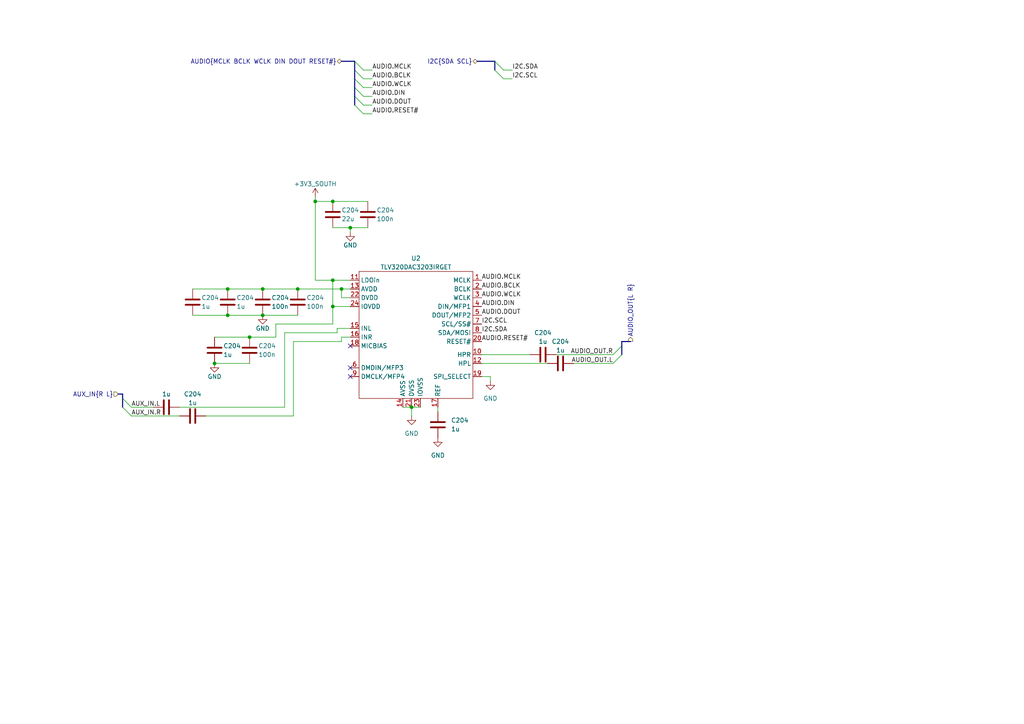
<source format=kicad_sch>
(kicad_sch (version 20221004) (generator eeschema)

  (uuid 4c60ea4c-53ee-4fe1-8fc8-173c8302015f)

  (paper "A4")

  (lib_symbols
    (symbol "Device:C" (pin_numbers hide) (pin_names (offset 0.254)) (in_bom yes) (on_board yes)
      (property "Reference" "C" (at 0.635 2.54 0)
        (effects (font (size 1.27 1.27)) (justify left))
      )
      (property "Value" "C" (at 0.635 -2.54 0)
        (effects (font (size 1.27 1.27)) (justify left))
      )
      (property "Footprint" "" (at 0.9652 -3.81 0)
        (effects (font (size 1.27 1.27)) hide)
      )
      (property "Datasheet" "~" (at 0 0 0)
        (effects (font (size 1.27 1.27)) hide)
      )
      (property "ki_keywords" "cap capacitor" (at 0 0 0)
        (effects (font (size 1.27 1.27)) hide)
      )
      (property "ki_description" "Unpolarized capacitor" (at 0 0 0)
        (effects (font (size 1.27 1.27)) hide)
      )
      (property "ki_fp_filters" "C_*" (at 0 0 0)
        (effects (font (size 1.27 1.27)) hide)
      )
      (symbol "C_0_1"
        (polyline
          (pts
            (xy -2.032 -0.762)
            (xy 2.032 -0.762)
          )
          (stroke (width 0.508) (type default))
          (fill (type none))
        )
        (polyline
          (pts
            (xy -2.032 0.762)
            (xy 2.032 0.762)
          )
          (stroke (width 0.508) (type default))
          (fill (type none))
        )
      )
      (symbol "C_1_1"
        (pin passive line (at 0 3.81 270) (length 2.794)
          (name "~" (effects (font (size 1.27 1.27))))
          (number "1" (effects (font (size 1.27 1.27))))
        )
        (pin passive line (at 0 -3.81 90) (length 2.794)
          (name "~" (effects (font (size 1.27 1.27))))
          (number "2" (effects (font (size 1.27 1.27))))
        )
      )
    )
    (symbol "Project Audio DAC:TLV320DAC3203IRGET" (in_bom yes) (on_board yes)
      (property "Reference" "U" (at 0 -2.54 0)
        (effects (font (size 1.27 1.27)))
      )
      (property "Value" "TLV320DAC3203IRGET" (at 0 -5.08 0)
        (effects (font (size 1.27 1.27)))
      )
      (property "Footprint" "Package_DFN_QFN:VQFN-24-1EP_4x4mm_P0.5mm_EP2.45x2.45mm_ThermalVias" (at 0 -64.77 0)
        (effects (font (size 1.27 1.27)) hide)
      )
      (property "Datasheet" "https://www.ti.com/lit/ds/symlink/tlv320dac3203.pdf?HQS=dis-mous-null-mousermode-dsf-pf-null-wwe&ts=1669297844209&ref_url=https%253A%252F%252Fwww.mouser.pl%252F" (at 0 -62.23 0)
        (effects (font (size 1.27 1.27)) hide)
      )
      (symbol "TLV320DAC3203IRGET_0_1"
        (rectangle (start -16.51 -7.62) (end 16.51 -44.45)
          (stroke (width 0) (type default))
          (fill (type none))
        )
      )
      (symbol "TLV320DAC3203IRGET_1_1"
        (pin input line (at 19.05 -10.16 180) (length 2.54)
          (name "MCLK" (effects (font (size 1.27 1.27))))
          (number "1" (effects (font (size 1.27 1.27))))
        )
        (pin output line (at 19.05 -31.75 180) (length 2.54)
          (name "HPR" (effects (font (size 1.27 1.27))))
          (number "10" (effects (font (size 1.27 1.27))))
        )
        (pin power_in line (at -19.05 -10.16 0) (length 2.54)
          (name "LDOin" (effects (font (size 1.27 1.27))))
          (number "11" (effects (font (size 1.27 1.27))))
        )
        (pin output line (at 19.05 -34.29 180) (length 2.54)
          (name "HPL" (effects (font (size 1.27 1.27))))
          (number "12" (effects (font (size 1.27 1.27))))
        )
        (pin power_out line (at -19.05 -12.7 0) (length 2.54)
          (name "AVDD" (effects (font (size 1.27 1.27))))
          (number "13" (effects (font (size 1.27 1.27))))
        )
        (pin power_in line (at -3.81 -46.99 90) (length 2.54)
          (name "AVSS" (effects (font (size 1.27 1.27))))
          (number "14" (effects (font (size 1.27 1.27))))
        )
        (pin input line (at -19.05 -24.13 0) (length 2.54)
          (name "INL" (effects (font (size 1.27 1.27))))
          (number "15" (effects (font (size 1.27 1.27))))
        )
        (pin input line (at -19.05 -26.67 0) (length 2.54)
          (name "INR" (effects (font (size 1.27 1.27))))
          (number "16" (effects (font (size 1.27 1.27))))
        )
        (pin output line (at 6.35 -46.99 90) (length 2.54)
          (name "REF" (effects (font (size 1.27 1.27))))
          (number "17" (effects (font (size 1.27 1.27))))
        )
        (pin output line (at -19.05 -29.21 0) (length 2.54)
          (name "MICBIAS" (effects (font (size 1.27 1.27))))
          (number "18" (effects (font (size 1.27 1.27))))
        )
        (pin input line (at 19.05 -38.1 180) (length 2.54)
          (name "SPI_SELECT" (effects (font (size 1.27 1.27))))
          (number "19" (effects (font (size 1.27 1.27))))
        )
        (pin bidirectional line (at 19.05 -12.7 180) (length 2.54)
          (name "BCLK" (effects (font (size 1.27 1.27))))
          (number "2" (effects (font (size 1.27 1.27))))
        )
        (pin input line (at 19.05 -27.94 180) (length 2.54)
          (name "RESET#" (effects (font (size 1.27 1.27))))
          (number "20" (effects (font (size 1.27 1.27))))
        )
        (pin power_in line (at -1.27 -46.99 90) (length 2.54)
          (name "DVSS" (effects (font (size 1.27 1.27))))
          (number "21" (effects (font (size 1.27 1.27))))
        )
        (pin power_in line (at -19.05 -15.24 0) (length 2.54)
          (name "DVDD" (effects (font (size 1.27 1.27))))
          (number "22" (effects (font (size 1.27 1.27))))
        )
        (pin power_in line (at 1.27 -46.99 90) (length 2.54)
          (name "IOVSS" (effects (font (size 1.27 1.27))))
          (number "23" (effects (font (size 1.27 1.27))))
        )
        (pin power_in line (at -19.05 -17.78 0) (length 2.54)
          (name "IOVDD" (effects (font (size 1.27 1.27))))
          (number "24" (effects (font (size 1.27 1.27))))
        )
        (pin bidirectional line (at 19.05 -15.24 180) (length 2.54)
          (name "WCLK" (effects (font (size 1.27 1.27))))
          (number "3" (effects (font (size 1.27 1.27))))
        )
        (pin input line (at 19.05 -17.78 180) (length 2.54)
          (name "DIN/MFP1" (effects (font (size 1.27 1.27))))
          (number "4" (effects (font (size 1.27 1.27))))
        )
        (pin output line (at 19.05 -20.32 180) (length 2.54)
          (name "DOUT/MFP2" (effects (font (size 1.27 1.27))))
          (number "5" (effects (font (size 1.27 1.27))))
        )
        (pin input line (at -19.05 -35.56 0) (length 2.54)
          (name "DMDIN/MFP3" (effects (font (size 1.27 1.27))))
          (number "6" (effects (font (size 1.27 1.27))))
        )
        (pin input line (at 19.05 -22.86 180) (length 2.54)
          (name "SCL/SS#" (effects (font (size 1.27 1.27))))
          (number "7" (effects (font (size 1.27 1.27))))
        )
        (pin bidirectional line (at 19.05 -25.4 180) (length 2.54)
          (name "SDA/MOSI" (effects (font (size 1.27 1.27))))
          (number "8" (effects (font (size 1.27 1.27))))
        )
        (pin output line (at -19.05 -38.1 0) (length 2.54)
          (name "DMCLK/MFP4" (effects (font (size 1.27 1.27))))
          (number "9" (effects (font (size 1.27 1.27))))
        )
      )
    )
    (symbol "power:GND" (power) (pin_names (offset 0)) (in_bom yes) (on_board yes)
      (property "Reference" "#PWR" (at 0 -6.35 0)
        (effects (font (size 1.27 1.27)) hide)
      )
      (property "Value" "GND" (at 0 -3.81 0)
        (effects (font (size 1.27 1.27)))
      )
      (property "Footprint" "" (at 0 0 0)
        (effects (font (size 1.27 1.27)) hide)
      )
      (property "Datasheet" "" (at 0 0 0)
        (effects (font (size 1.27 1.27)) hide)
      )
      (property "ki_keywords" "power-flag" (at 0 0 0)
        (effects (font (size 1.27 1.27)) hide)
      )
      (property "ki_description" "Power symbol creates a global label with name \"GND\" , ground" (at 0 0 0)
        (effects (font (size 1.27 1.27)) hide)
      )
      (symbol "GND_0_1"
        (polyline
          (pts
            (xy 0 0)
            (xy 0 -1.27)
            (xy 1.27 -1.27)
            (xy 0 -2.54)
            (xy -1.27 -1.27)
            (xy 0 -1.27)
          )
          (stroke (width 0) (type default))
          (fill (type none))
        )
      )
      (symbol "GND_1_1"
        (pin power_in line (at 0 0 270) (length 0) hide
          (name "GND" (effects (font (size 1.27 1.27))))
          (number "1" (effects (font (size 1.27 1.27))))
        )
      )
    )
    (symbol "project_power:+3V3_SOUTH" (power) (pin_names (offset 0)) (in_bom yes) (on_board yes)
      (property "Reference" "#PWR" (at 0 -3.81 0)
        (effects (font (size 1.27 1.27)) hide)
      )
      (property "Value" "+3V3_SOUTH" (at 0 3.556 0)
        (effects (font (size 1.27 1.27)))
      )
      (property "Footprint" "" (at 0 0 0)
        (effects (font (size 1.27 1.27)) hide)
      )
      (property "Datasheet" "" (at 0 0 0)
        (effects (font (size 1.27 1.27)) hide)
      )
      (property "ki_keywords" "power-flag" (at 0 0 0)
        (effects (font (size 1.27 1.27)) hide)
      )
      (property "ki_description" "Power symbol creates a global label with name \"+3V3_MCU\"" (at 0 0 0)
        (effects (font (size 1.27 1.27)) hide)
      )
      (symbol "+3V3_SOUTH_0_1"
        (polyline
          (pts
            (xy -0.762 1.27)
            (xy 0 2.54)
          )
          (stroke (width 0) (type default))
          (fill (type none))
        )
        (polyline
          (pts
            (xy 0 0)
            (xy 0 2.54)
          )
          (stroke (width 0) (type default))
          (fill (type none))
        )
        (polyline
          (pts
            (xy 0 2.54)
            (xy 0.762 1.27)
          )
          (stroke (width 0) (type default))
          (fill (type none))
        )
      )
      (symbol "+3V3_SOUTH_1_1"
        (pin power_in line (at 0 0 90) (length 0) hide
          (name "+3V3_SOUTH" (effects (font (size 1.27 1.27))))
          (number "1" (effects (font (size 1.27 1.27))))
        )
      )
    )
  )

  (junction (at 101.6 66.04) (diameter 0) (color 0 0 0 0)
    (uuid 0a0d6d96-b4de-46cf-a18e-720e029683e5)
  )
  (junction (at 96.52 88.9) (diameter 0) (color 0 0 0 0)
    (uuid 11c68a42-7aad-4bdc-b86a-f3ec6f1c3d7a)
  )
  (junction (at 66.04 83.82) (diameter 0) (color 0 0 0 0)
    (uuid 13afcec0-4901-442a-a3d7-137551d1abf6)
  )
  (junction (at 66.04 91.44) (diameter 0) (color 0 0 0 0)
    (uuid 193aebd8-381c-4d72-84b2-fbfecc45788a)
  )
  (junction (at 86.36 83.82) (diameter 0) (color 0 0 0 0)
    (uuid 2c00d328-7b42-4af7-9de3-0d627db7a82e)
  )
  (junction (at 99.06 83.82) (diameter 0) (color 0 0 0 0)
    (uuid 3b4a45ff-5254-4ba3-99df-94b623aeb211)
  )
  (junction (at 72.39 97.79) (diameter 0) (color 0 0 0 0)
    (uuid 3e475e2c-1550-4a91-945a-702e89c8cfac)
  )
  (junction (at 96.52 58.42) (diameter 0) (color 0 0 0 0)
    (uuid 3f48ec5b-417f-424d-9239-d1c44e28e187)
  )
  (junction (at 76.2 83.82) (diameter 0) (color 0 0 0 0)
    (uuid 3fd9d202-9ced-44cb-bf4b-742711861be3)
  )
  (junction (at 62.23 105.41) (diameter 0) (color 0 0 0 0)
    (uuid 5b4a19b9-f57e-483f-9d8a-cf0a0c33c472)
  )
  (junction (at 119.38 118.11) (diameter 0) (color 0 0 0 0)
    (uuid 6f57858e-9414-48a6-8bf6-282dd7edd466)
  )
  (junction (at 96.52 81.28) (diameter 0) (color 0 0 0 0)
    (uuid a8ad18a4-a6f8-4258-ab73-7ef87d2007ec)
  )
  (junction (at 76.2 91.44) (diameter 0) (color 0 0 0 0)
    (uuid adc985ed-24c6-4440-9f3e-6cb59e96fab5)
  )
  (junction (at 91.44 58.42) (diameter 0) (color 0 0 0 0)
    (uuid b2d5fdc5-276a-4448-b5ad-a31bc8c8ddaa)
  )

  (no_connect (at 101.6 106.68) (uuid 2ead1745-6863-4627-9f21-78d0c98d5a69))
  (no_connect (at 101.6 100.33) (uuid 85543ebd-273c-476b-896b-391523b1155e))
  (no_connect (at 101.6 109.22) (uuid b8b0e023-4aea-4fba-9bad-ec4bd44b0686))

  (bus_entry (at 143.51 20.32) (size 2.54 2.54)
    (stroke (width 0) (type default))
    (uuid 0063779a-b819-44df-b6b3-924e302966ef)
  )
  (bus_entry (at 143.51 17.78) (size 2.54 2.54)
    (stroke (width 0) (type default))
    (uuid 2158808b-5295-4799-9139-336656438c6b)
  )
  (bus_entry (at 102.87 30.48) (size 2.54 2.54)
    (stroke (width 0) (type default))
    (uuid 4a09c576-1331-44b6-9e27-ae0ad96897be)
  )
  (bus_entry (at 102.87 25.4) (size 2.54 2.54)
    (stroke (width 0) (type default))
    (uuid 68a08000-4927-45ad-a202-9961fbee8c4b)
  )
  (bus_entry (at 102.87 27.94) (size 2.54 2.54)
    (stroke (width 0) (type default))
    (uuid 7cd0b2da-cd4d-45c2-b38f-6089abdf17e3)
  )
  (bus_entry (at 102.87 20.32) (size 2.54 2.54)
    (stroke (width 0) (type default))
    (uuid ae488ae6-22d3-4bf7-901e-0f3b4f950b63)
  )
  (bus_entry (at 35.56 118.11) (size 2.54 2.54)
    (stroke (width 0) (type default))
    (uuid b02487cd-1a04-4e9b-83ad-02b10525e7e1)
  )
  (bus_entry (at 177.8 105.41) (size 2.54 -2.54)
    (stroke (width 0) (type default))
    (uuid ccc6f272-611e-4fa1-b262-d85440f6bc7a)
  )
  (bus_entry (at 177.8 102.87) (size 2.54 -2.54)
    (stroke (width 0) (type default))
    (uuid eb8d8fa1-78da-4f93-bac8-b8622a542638)
  )
  (bus_entry (at 102.87 17.78) (size 2.54 2.54)
    (stroke (width 0) (type default))
    (uuid f54ca071-0a92-4e2e-9e7d-37c7cafbef4d)
  )
  (bus_entry (at 102.87 22.86) (size 2.54 2.54)
    (stroke (width 0) (type default))
    (uuid f97bd593-e19f-4e7c-9904-ba9ab429a03e)
  )
  (bus_entry (at 35.56 115.57) (size 2.54 2.54)
    (stroke (width 0) (type default))
    (uuid fd1cbf8c-0504-4bc5-b198-0ae6170b191a)
  )

  (wire (pts (xy 127 118.11) (xy 127 119.38))
    (stroke (width 0) (type default))
    (uuid 04e2e0fb-928a-4037-b76a-c2e24340ecbb)
  )
  (wire (pts (xy 55.88 91.44) (xy 66.04 91.44))
    (stroke (width 0) (type default))
    (uuid 09d76429-68c6-4825-b992-c0e1340bc72a)
  )
  (wire (pts (xy 38.1 120.65) (xy 52.07 120.65))
    (stroke (width 0) (type default))
    (uuid 12e1b29e-52b3-4d3a-9543-bd39fbffc71c)
  )
  (bus (pts (xy 102.87 22.86) (xy 102.87 25.4))
    (stroke (width 0) (type default))
    (uuid 17473d7f-9750-4c17-a870-5377c288abf0)
  )
  (bus (pts (xy 35.56 115.57) (xy 35.56 118.11))
    (stroke (width 0) (type default))
    (uuid 18d9d9c4-6456-4561-8869-79b34fa01b25)
  )
  (bus (pts (xy 138.43 17.78) (xy 143.51 17.78))
    (stroke (width 0) (type default))
    (uuid 1df62b6e-86ae-47c9-805d-fc2ddcb3372b)
  )

  (wire (pts (xy 99.06 83.82) (xy 101.6 83.82))
    (stroke (width 0) (type default))
    (uuid 1fb8e8ab-b4b2-40b0-b0c5-2788b9273a6f)
  )
  (wire (pts (xy 85.09 99.06) (xy 99.06 99.06))
    (stroke (width 0) (type default))
    (uuid 2266000c-d54b-4ebb-8fb1-2f62821f9391)
  )
  (wire (pts (xy 91.44 58.42) (xy 91.44 81.28))
    (stroke (width 0) (type default))
    (uuid 293325c7-4113-4041-8ed4-65dc5b06c6d3)
  )
  (wire (pts (xy 105.41 27.94) (xy 107.95 27.94))
    (stroke (width 0) (type default))
    (uuid 2b6ffc58-fe4d-4c07-8389-c98afaa99e48)
  )
  (bus (pts (xy 180.34 102.87) (xy 180.34 100.33))
    (stroke (width 0) (type default))
    (uuid 2f234f4b-512a-4921-901e-1f3cae1e4ed9)
  )

  (wire (pts (xy 166.37 105.41) (xy 177.8 105.41))
    (stroke (width 0) (type default))
    (uuid 2ff895c6-e9c8-444a-aafa-376ccbc89fe8)
  )
  (wire (pts (xy 66.04 83.82) (xy 76.2 83.82))
    (stroke (width 0) (type default))
    (uuid 3048a80f-ae11-4f43-9d07-d3f65d305173)
  )
  (wire (pts (xy 119.38 118.11) (xy 121.92 118.11))
    (stroke (width 0) (type default))
    (uuid 32a9330e-f50b-463d-8f76-e54ddbeb4f9a)
  )
  (wire (pts (xy 105.41 30.48) (xy 107.95 30.48))
    (stroke (width 0) (type default))
    (uuid 331343c5-2232-4afe-9861-01333d926c8e)
  )
  (wire (pts (xy 101.6 88.9) (xy 96.52 88.9))
    (stroke (width 0) (type default))
    (uuid 351f5355-2992-48b9-9e53-b8ef9a236626)
  )
  (wire (pts (xy 139.7 102.87) (xy 153.67 102.87))
    (stroke (width 0) (type default))
    (uuid 386486e0-9e60-4710-92d2-1a96452ceefa)
  )
  (wire (pts (xy 99.06 86.36) (xy 99.06 83.82))
    (stroke (width 0) (type default))
    (uuid 3903ebed-1b70-4d11-8b5a-2f49ba1d7a3f)
  )
  (wire (pts (xy 38.1 118.11) (xy 44.45 118.11))
    (stroke (width 0) (type default))
    (uuid 3ae09b9c-d7ae-49ef-adb0-bd914d53364a)
  )
  (wire (pts (xy 96.52 93.98) (xy 80.01 93.98))
    (stroke (width 0) (type default))
    (uuid 3d7abccc-b772-44b3-9f6d-dc6d9d1f7723)
  )
  (bus (pts (xy 102.87 27.94) (xy 102.87 30.48))
    (stroke (width 0) (type default))
    (uuid 3d8f786d-714e-4148-9ef7-5738ce89749c)
  )
  (bus (pts (xy 143.51 17.78) (xy 143.51 20.32))
    (stroke (width 0) (type default))
    (uuid 405c43c9-bed2-42a6-95ba-b29f356ac8e7)
  )

  (wire (pts (xy 96.52 81.28) (xy 101.6 81.28))
    (stroke (width 0) (type default))
    (uuid 4171e578-3921-4360-af12-518a7cbb0c6a)
  )
  (wire (pts (xy 97.79 96.52) (xy 97.79 95.25))
    (stroke (width 0) (type default))
    (uuid 45a38412-bded-4ca3-beb2-581253bcfa35)
  )
  (wire (pts (xy 105.41 33.02) (xy 107.95 33.02))
    (stroke (width 0) (type default))
    (uuid 4a2355c6-5e31-4b62-aeb2-6de7d3f49e51)
  )
  (bus (pts (xy 102.87 25.4) (xy 102.87 27.94))
    (stroke (width 0) (type default))
    (uuid 4ad0925d-16a4-4060-be39-9a0dbfc39630)
  )
  (bus (pts (xy 34.29 114.3) (xy 35.56 114.3))
    (stroke (width 0) (type default))
    (uuid 4e3880ac-0798-4ccf-aa4d-49a98b31cf1f)
  )

  (wire (pts (xy 97.79 95.25) (xy 101.6 95.25))
    (stroke (width 0) (type default))
    (uuid 4edcd201-1da3-42c1-8afb-fee727a94e43)
  )
  (wire (pts (xy 96.52 88.9) (xy 96.52 93.98))
    (stroke (width 0) (type default))
    (uuid 510d4df1-dfff-4c2b-b356-23cd219d9624)
  )
  (wire (pts (xy 62.23 105.41) (xy 72.39 105.41))
    (stroke (width 0) (type default))
    (uuid 5290de70-fecc-4ece-bf38-a516acaa90c3)
  )
  (wire (pts (xy 116.84 118.11) (xy 119.38 118.11))
    (stroke (width 0) (type default))
    (uuid 5c0b517b-6de9-4e2a-883a-610564a5c90b)
  )
  (wire (pts (xy 76.2 83.82) (xy 86.36 83.82))
    (stroke (width 0) (type default))
    (uuid 5e013082-ff39-493c-b83f-9e498d532f66)
  )
  (wire (pts (xy 139.7 105.41) (xy 158.75 105.41))
    (stroke (width 0) (type default))
    (uuid 5f7e688b-4687-4a6f-b918-cb37e3d19b0c)
  )
  (wire (pts (xy 82.55 118.11) (xy 82.55 96.52))
    (stroke (width 0) (type default))
    (uuid 664e9c1a-1d17-4111-8937-0ece61f7b99e)
  )
  (wire (pts (xy 52.07 118.11) (xy 82.55 118.11))
    (stroke (width 0) (type default))
    (uuid 6a0282d4-4055-4481-b98a-23262e27d951)
  )
  (bus (pts (xy 180.34 100.33) (xy 180.34 99.06))
    (stroke (width 0) (type default))
    (uuid 6d952c75-58d6-430e-92e2-593eafd91b13)
  )

  (wire (pts (xy 76.2 91.44) (xy 86.36 91.44))
    (stroke (width 0) (type default))
    (uuid 71e6de43-2a0d-4823-b4ab-8fbe60ba287b)
  )
  (wire (pts (xy 105.41 22.86) (xy 107.95 22.86))
    (stroke (width 0) (type default))
    (uuid 7bbff69d-7aff-4816-b87e-bcfb1f70722d)
  )
  (bus (pts (xy 180.34 99.06) (xy 182.88 99.06))
    (stroke (width 0) (type default))
    (uuid 82026be4-7fce-445a-b44b-ca4c734e2a5e)
  )

  (wire (pts (xy 59.69 120.65) (xy 85.09 120.65))
    (stroke (width 0) (type default))
    (uuid 85d1fc1c-2aa0-4c0b-8655-5bc28670e29f)
  )
  (bus (pts (xy 99.06 17.78) (xy 102.87 17.78))
    (stroke (width 0) (type default))
    (uuid 8866b151-1715-47d9-87e4-0f3e6574c515)
  )

  (wire (pts (xy 80.01 93.98) (xy 80.01 97.79))
    (stroke (width 0) (type default))
    (uuid 974a27b7-44a3-4290-8d20-246a88b6acde)
  )
  (wire (pts (xy 161.29 102.87) (xy 177.8 102.87))
    (stroke (width 0) (type default))
    (uuid 9892a6c9-5646-4e58-9572-1536b1fb8472)
  )
  (wire (pts (xy 99.06 99.06) (xy 99.06 97.79))
    (stroke (width 0) (type default))
    (uuid 9db988fc-63bc-4f1e-a138-3ea1bd68e0ab)
  )
  (wire (pts (xy 91.44 57.15) (xy 91.44 58.42))
    (stroke (width 0) (type default))
    (uuid 9e787192-1e4d-41a9-b070-fc32ae65c95a)
  )
  (wire (pts (xy 119.38 118.11) (xy 119.38 120.65))
    (stroke (width 0) (type default))
    (uuid a18ac4cf-f730-4297-b00d-d5f9328c6c85)
  )
  (wire (pts (xy 142.24 109.22) (xy 139.7 109.22))
    (stroke (width 0) (type default))
    (uuid a1d7d745-7d26-43f2-a70e-dc9a1e32701a)
  )
  (bus (pts (xy 35.56 114.3) (xy 35.56 115.57))
    (stroke (width 0) (type default))
    (uuid a6b68113-ea86-4af0-b9a0-9617b8dff284)
  )

  (wire (pts (xy 72.39 97.79) (xy 62.23 97.79))
    (stroke (width 0) (type default))
    (uuid a9018b90-3425-4d12-b57f-9878418890b4)
  )
  (wire (pts (xy 96.52 66.04) (xy 101.6 66.04))
    (stroke (width 0) (type default))
    (uuid aca80908-abeb-43aa-88cb-1628f6b945dd)
  )
  (wire (pts (xy 86.36 83.82) (xy 99.06 83.82))
    (stroke (width 0) (type default))
    (uuid b15af9e9-53d5-44b8-bd5f-5664bd540705)
  )
  (wire (pts (xy 66.04 91.44) (xy 76.2 91.44))
    (stroke (width 0) (type default))
    (uuid b28c86a5-fb16-45a9-813d-8f2c499c556a)
  )
  (wire (pts (xy 146.05 20.32) (xy 148.59 20.32))
    (stroke (width 0) (type default))
    (uuid b67c6051-2c49-4355-9211-378fc800b6d1)
  )
  (wire (pts (xy 85.09 120.65) (xy 85.09 99.06))
    (stroke (width 0) (type default))
    (uuid bb5a4c82-19f4-4d6f-bf4a-1e2a0366bb1f)
  )
  (wire (pts (xy 105.41 20.32) (xy 107.95 20.32))
    (stroke (width 0) (type default))
    (uuid c34f6c68-87cd-4114-bb51-d9ad37dff847)
  )
  (wire (pts (xy 80.01 97.79) (xy 72.39 97.79))
    (stroke (width 0) (type default))
    (uuid c4811ebf-6715-4e75-8483-57121ccacad3)
  )
  (wire (pts (xy 99.06 97.79) (xy 101.6 97.79))
    (stroke (width 0) (type default))
    (uuid c4b7c1ae-d98f-449e-9689-6fb0d6e119fb)
  )
  (bus (pts (xy 102.87 20.32) (xy 102.87 22.86))
    (stroke (width 0) (type default))
    (uuid c9969de1-b4e4-4614-866c-ef4bb1924e92)
  )

  (wire (pts (xy 101.6 66.04) (xy 101.6 67.31))
    (stroke (width 0) (type default))
    (uuid ca748236-147d-4615-8828-2fdcdf911542)
  )
  (wire (pts (xy 105.41 25.4) (xy 107.95 25.4))
    (stroke (width 0) (type default))
    (uuid d1790a1b-919c-488b-bf2f-4160f9262791)
  )
  (wire (pts (xy 96.52 58.42) (xy 106.68 58.42))
    (stroke (width 0) (type default))
    (uuid d6d08525-4e95-49a6-a5f8-17cf701037e6)
  )
  (wire (pts (xy 101.6 86.36) (xy 99.06 86.36))
    (stroke (width 0) (type default))
    (uuid d8809302-0ce3-4cd4-9516-46526bf2a7cd)
  )
  (wire (pts (xy 142.24 110.49) (xy 142.24 109.22))
    (stroke (width 0) (type default))
    (uuid dd2a6d7e-1fe5-4e6b-a23c-a8058a0179bb)
  )
  (bus (pts (xy 102.87 17.78) (xy 102.87 20.32))
    (stroke (width 0) (type default))
    (uuid e686728d-cb31-4618-9b73-e4f78939d878)
  )

  (wire (pts (xy 101.6 66.04) (xy 106.68 66.04))
    (stroke (width 0) (type default))
    (uuid eb61ba2f-d1f1-47e4-a5ba-a68131eac1d2)
  )
  (wire (pts (xy 91.44 58.42) (xy 96.52 58.42))
    (stroke (width 0) (type default))
    (uuid f71caef8-f941-482a-990d-6791e6253942)
  )
  (wire (pts (xy 91.44 81.28) (xy 96.52 81.28))
    (stroke (width 0) (type default))
    (uuid f9310a79-86da-4f00-889f-5328440c6a37)
  )
  (wire (pts (xy 96.52 88.9) (xy 96.52 81.28))
    (stroke (width 0) (type default))
    (uuid f97b98f1-8313-4257-a390-fe4a009dc245)
  )
  (wire (pts (xy 146.05 22.86) (xy 148.59 22.86))
    (stroke (width 0) (type default))
    (uuid f9c28ce0-bafa-4202-8ad6-4d56b36bcbaa)
  )
  (wire (pts (xy 55.88 83.82) (xy 66.04 83.82))
    (stroke (width 0) (type default))
    (uuid fcf80fa3-9944-4b97-bfcd-389f48402845)
  )
  (wire (pts (xy 82.55 96.52) (xy 97.79 96.52))
    (stroke (width 0) (type default))
    (uuid fe6d20bd-ee74-473a-86f3-03237c100702)
  )

  (label "AUDIO.RESET#" (at 107.95 33.02 0) (fields_autoplaced)
    (effects (font (size 1.27 1.27)) (justify left bottom))
    (uuid 030eaf37-d5c1-4cea-93e2-4901831e7dbc)
  )
  (label "I2C.SDA" (at 148.59 20.32 0) (fields_autoplaced)
    (effects (font (size 1.27 1.27)) (justify left bottom))
    (uuid 0e046a3c-c1ac-44e6-8343-41ae5ad2215c)
  )
  (label "I2C.SDA" (at 139.7 96.52 0) (fields_autoplaced)
    (effects (font (size 1.27 1.27)) (justify left bottom))
    (uuid 11665195-7eef-4916-912d-fd9d928c9eec)
  )
  (label "AUDIO.DIN" (at 139.7 88.9 0) (fields_autoplaced)
    (effects (font (size 1.27 1.27)) (justify left bottom))
    (uuid 13ddd3c6-d4e0-43dd-b096-2151c5f77346)
  )
  (label "I2C.SCL" (at 139.7 93.98 0) (fields_autoplaced)
    (effects (font (size 1.27 1.27)) (justify left bottom))
    (uuid 169c89f4-e255-445a-92a6-f5032acb28d5)
  )
  (label "AUDIO.BCLK" (at 107.95 22.86 0) (fields_autoplaced)
    (effects (font (size 1.27 1.27)) (justify left bottom))
    (uuid 2f5d00c2-3549-41a3-b8fc-b1db67335700)
  )
  (label "AUDIO.WCLK" (at 139.7 86.36 0) (fields_autoplaced)
    (effects (font (size 1.27 1.27)) (justify left bottom))
    (uuid 40963451-2e6f-468f-8be9-65b4f03ad562)
  )
  (label "AUDIO.DOUT" (at 107.95 30.48 0) (fields_autoplaced)
    (effects (font (size 1.27 1.27)) (justify left bottom))
    (uuid 4a0d5833-a9b7-4747-ace9-20f76bbaba26)
  )
  (label "AUDIO_OUT.L" (at 177.8 105.41 180) (fields_autoplaced)
    (effects (font (size 1.27 1.27)) (justify right bottom))
    (uuid 4defd2c7-642a-4eff-98c5-d5115020a008)
  )
  (label "AUDIO.BCLK" (at 139.7 83.82 0) (fields_autoplaced)
    (effects (font (size 1.27 1.27)) (justify left bottom))
    (uuid 60a690c5-ccfd-4ba5-87ff-6022a3242a71)
  )
  (label "AUDIO.MCLK" (at 107.95 20.32 0) (fields_autoplaced)
    (effects (font (size 1.27 1.27)) (justify left bottom))
    (uuid 70f1d171-2f35-49f4-8ec1-129336b936d3)
  )
  (label "AUX_IN.L" (at 38.1 118.11 0) (fields_autoplaced)
    (effects (font (size 1.27 1.27)) (justify left bottom))
    (uuid 935f7dba-5962-4f75-84a7-a114f1f4376e)
  )
  (label "AUDIO.MCLK" (at 139.7 81.28 0) (fields_autoplaced)
    (effects (font (size 1.27 1.27)) (justify left bottom))
    (uuid 93dbeb13-1cc5-43e9-b99c-25403e4c5bee)
  )
  (label "AUDIO.DOUT" (at 139.7 91.44 0) (fields_autoplaced)
    (effects (font (size 1.27 1.27)) (justify left bottom))
    (uuid b2acd990-82a5-4582-b2d2-a7b2da07c7c2)
  )
  (label "AUDIO.RESET#" (at 139.7 99.06 0) (fields_autoplaced)
    (effects (font (size 1.27 1.27)) (justify left bottom))
    (uuid b5e4ba90-cfde-48c8-8eae-c4e1890c860c)
  )
  (label "AUDIO_OUT.R" (at 177.8 102.87 180) (fields_autoplaced)
    (effects (font (size 1.27 1.27)) (justify right bottom))
    (uuid ca5b34e0-31db-4ba2-8d51-01150b21b546)
  )
  (label "AUDIO.WCLK" (at 107.95 25.4 0) (fields_autoplaced)
    (effects (font (size 1.27 1.27)) (justify left bottom))
    (uuid cfb51a7f-2d67-4d00-9aaf-b1e832697a40)
  )
  (label "AUX_IN.R" (at 38.1 120.65 0) (fields_autoplaced)
    (effects (font (size 1.27 1.27)) (justify left bottom))
    (uuid d421c6c0-f0c4-48f5-a7f6-0b73f0768e34)
  )
  (label "I2C.SCL" (at 148.59 22.86 0) (fields_autoplaced)
    (effects (font (size 1.27 1.27)) (justify left bottom))
    (uuid d703276f-cbae-43f6-b15d-041b4ce1c6e4)
  )
  (label "AUDIO.DIN" (at 107.95 27.94 0) (fields_autoplaced)
    (effects (font (size 1.27 1.27)) (justify left bottom))
    (uuid e37a7d24-2d4b-4188-afa7-579d5ecc8884)
  )

  (hierarchical_label "AUDIO_OUT{L R}" (shape output) (at 182.88 99.06 90) (fields_autoplaced)
    (effects (font (size 1.27 1.27)) (justify left))
    (uuid 116f19da-1da8-40f5-b398-be09a4d23c95)
  )
  (hierarchical_label "AUDIO{MCLK BCLK WCLK DIN DOUT RESET#}" (shape bidirectional) (at 99.06 17.78 180) (fields_autoplaced)
    (effects (font (size 1.27 1.27)) (justify right))
    (uuid 193928c6-2a43-43f3-b227-aa446a5a2728)
  )
  (hierarchical_label "AUX_IN{R L}" (shape input) (at 34.29 114.3 180) (fields_autoplaced)
    (effects (font (size 1.27 1.27)) (justify right))
    (uuid 382299b6-0f4a-44b8-a89a-dfb2d61c9779)
  )
  (hierarchical_label "I2C{SDA SCL}" (shape bidirectional) (at 138.43 17.78 180) (fields_autoplaced)
    (effects (font (size 1.27 1.27)) (justify right))
    (uuid acea532a-177c-467c-adcf-1b74cd17edb7)
  )

  (symbol (lib_id "Device:C") (at 86.36 87.63 0) (unit 1)
    (in_bom yes) (on_board yes) (dnp no)
    (uuid 05e1c6ce-7fe0-4d0e-a538-edc482c609a5)
    (property "Reference" "C204" (at 88.9 86.36 0)
      (effects (font (size 1.27 1.27)) (justify left))
    )
    (property "Value" "1u" (at 88.9 88.9 0)
      (effects (font (size 1.27 1.27)) (justify left))
    )
    (property "Footprint" "Capacitor_SMD:C_0402_1005Metric_Pad0.74x0.62mm_HandSolder" (at 87.3252 91.44 0)
      (effects (font (size 1.27 1.27)) hide)
    )
    (property "Datasheet" "~" (at 86.36 87.63 0)
      (effects (font (size 1.27 1.27)) hide)
    )
    (pin "1" (uuid da3ef909-38c8-4051-bf1d-2393e3260417))
    (pin "2" (uuid 1ec1e28a-6303-4323-8978-84cec7f762da))
    (instances
      (project "mainboard"
        (path "/e63e39d7-6ac0-4ffd-8aa3-1841a4541b55/90a5bc85-07ac-4ee1-af41-887c984cc4b9"
          (reference "C204") (unit 1) (value "1u") (footprint "Capacitor_SMD:C_0402_1005Metric_Pad0.74x0.62mm_HandSolder")
        )
        (path "/e63e39d7-6ac0-4ffd-8aa3-1841a4541b55/ee636c63-5fee-42d9-b500-aef9f04ef5c4"
          (reference "C230") (unit 1) (value "1u") (footprint "Capacitor_SMD:C_0402_1005Metric_Pad0.74x0.62mm_HandSolder")
        )
        (path "/e63e39d7-6ac0-4ffd-8aa3-1841a4541b55/ee636c63-5fee-42d9-b500-aef9f04ef5c4/82247a11-188e-40f6-a2f8-9149daba124e"
          (reference "C63") (unit 1) (value "100n") (footprint "Capacitor_SMD:C_0402_1005Metric_Pad0.74x0.62mm_HandSolder")
        )
      )
    )
  )

  (symbol (lib_id "Device:C") (at 106.68 62.23 0) (unit 1)
    (in_bom yes) (on_board yes) (dnp no)
    (uuid 0c395c4c-8158-4cd6-8225-efa3599ab5f4)
    (property "Reference" "C204" (at 109.22 60.96 0)
      (effects (font (size 1.27 1.27)) (justify left))
    )
    (property "Value" "1u" (at 109.22 63.5 0)
      (effects (font (size 1.27 1.27)) (justify left))
    )
    (property "Footprint" "Capacitor_SMD:C_0402_1005Metric_Pad0.74x0.62mm_HandSolder" (at 107.6452 66.04 0)
      (effects (font (size 1.27 1.27)) hide)
    )
    (property "Datasheet" "~" (at 106.68 62.23 0)
      (effects (font (size 1.27 1.27)) hide)
    )
    (pin "1" (uuid 662c2b10-b4bc-4b3a-9f3e-54bf89e85a75))
    (pin "2" (uuid e03186c5-e23b-4405-aa37-3e2780cd377d))
    (instances
      (project "mainboard"
        (path "/e63e39d7-6ac0-4ffd-8aa3-1841a4541b55/90a5bc85-07ac-4ee1-af41-887c984cc4b9"
          (reference "C204") (unit 1) (value "1u") (footprint "Capacitor_SMD:C_0402_1005Metric_Pad0.74x0.62mm_HandSolder")
        )
        (path "/e63e39d7-6ac0-4ffd-8aa3-1841a4541b55/ee636c63-5fee-42d9-b500-aef9f04ef5c4"
          (reference "C230") (unit 1) (value "1u") (footprint "Capacitor_SMD:C_0402_1005Metric_Pad0.74x0.62mm_HandSolder")
        )
        (path "/e63e39d7-6ac0-4ffd-8aa3-1841a4541b55/ee636c63-5fee-42d9-b500-aef9f04ef5c4/82247a11-188e-40f6-a2f8-9149daba124e"
          (reference "C65") (unit 1) (value "100n") (footprint "Capacitor_SMD:C_0402_1005Metric_Pad0.74x0.62mm_HandSolder")
        )
      )
    )
  )

  (symbol (lib_id "Device:C") (at 76.2 87.63 0) (unit 1)
    (in_bom yes) (on_board yes) (dnp no)
    (uuid 0fdafbe7-965e-40f7-80b0-d93ff8d44d27)
    (property "Reference" "C204" (at 78.74 86.36 0)
      (effects (font (size 1.27 1.27)) (justify left))
    )
    (property "Value" "1u" (at 78.74 88.9 0)
      (effects (font (size 1.27 1.27)) (justify left))
    )
    (property "Footprint" "Capacitor_SMD:C_0402_1005Metric_Pad0.74x0.62mm_HandSolder" (at 77.1652 91.44 0)
      (effects (font (size 1.27 1.27)) hide)
    )
    (property "Datasheet" "~" (at 76.2 87.63 0)
      (effects (font (size 1.27 1.27)) hide)
    )
    (pin "1" (uuid 39675de9-b709-45f0-be2d-b83afea47d6d))
    (pin "2" (uuid 176ef4c9-bb65-40cf-a725-cc96356d44df))
    (instances
      (project "mainboard"
        (path "/e63e39d7-6ac0-4ffd-8aa3-1841a4541b55/90a5bc85-07ac-4ee1-af41-887c984cc4b9"
          (reference "C204") (unit 1) (value "1u") (footprint "Capacitor_SMD:C_0402_1005Metric_Pad0.74x0.62mm_HandSolder")
        )
        (path "/e63e39d7-6ac0-4ffd-8aa3-1841a4541b55/ee636c63-5fee-42d9-b500-aef9f04ef5c4"
          (reference "C231") (unit 1) (value "100n") (footprint "Capacitor_SMD:C_0402_1005Metric_Pad0.74x0.62mm_HandSolder")
        )
        (path "/e63e39d7-6ac0-4ffd-8aa3-1841a4541b55/ee636c63-5fee-42d9-b500-aef9f04ef5c4/82247a11-188e-40f6-a2f8-9149daba124e"
          (reference "C62") (unit 1) (value "100n") (footprint "Capacitor_SMD:C_0402_1005Metric_Pad0.74x0.62mm_HandSolder")
        )
      )
    )
  )

  (symbol (lib_id "power:GND") (at 101.6 67.31 0) (unit 1)
    (in_bom yes) (on_board yes) (dnp no)
    (uuid 17b131b5-6eca-4fa1-9d8b-b6e1ecafa528)
    (property "Reference" "#PWR?" (at 101.6 73.66 0)
      (effects (font (size 1.27 1.27)) hide)
    )
    (property "Value" "GND" (at 101.6 71.12 0)
      (effects (font (size 1.27 1.27)))
    )
    (property "Footprint" "" (at 101.6 67.31 0)
      (effects (font (size 1.27 1.27)) hide)
    )
    (property "Datasheet" "" (at 101.6 67.31 0)
      (effects (font (size 1.27 1.27)) hide)
    )
    (pin "1" (uuid 5c2c627e-4011-497a-9041-ff46d2097b66))
    (instances
      (project "mainboard"
        (path "/e63e39d7-6ac0-4ffd-8aa3-1841a4541b55/ee636c63-5fee-42d9-b500-aef9f04ef5c4"
          (reference "#PWR?") (unit 1) (value "GND") (footprint "")
        )
        (path "/e63e39d7-6ac0-4ffd-8aa3-1841a4541b55/ee636c63-5fee-42d9-b500-aef9f04ef5c4/82247a11-188e-40f6-a2f8-9149daba124e"
          (reference "#PWR0144") (unit 1) (value "GND") (footprint "")
        )
      )
    )
  )

  (symbol (lib_id "Device:C") (at 62.23 101.6 0) (unit 1)
    (in_bom yes) (on_board yes) (dnp no)
    (uuid 25720fa5-b339-4958-bd81-20e49bc52763)
    (property "Reference" "C204" (at 64.77 100.33 0)
      (effects (font (size 1.27 1.27)) (justify left))
    )
    (property "Value" "1u" (at 64.77 102.87 0)
      (effects (font (size 1.27 1.27)) (justify left))
    )
    (property "Footprint" "Capacitor_SMD:C_0402_1005Metric_Pad0.74x0.62mm_HandSolder" (at 63.1952 105.41 0)
      (effects (font (size 1.27 1.27)) hide)
    )
    (property "Datasheet" "~" (at 62.23 101.6 0)
      (effects (font (size 1.27 1.27)) hide)
    )
    (pin "1" (uuid 8fd9b378-cb18-418a-92b6-c1b09693db8e))
    (pin "2" (uuid c4647cbe-e5eb-48a4-b2d3-55f316bbf587))
    (instances
      (project "mainboard"
        (path "/e63e39d7-6ac0-4ffd-8aa3-1841a4541b55/90a5bc85-07ac-4ee1-af41-887c984cc4b9"
          (reference "C204") (unit 1) (value "1u") (footprint "Capacitor_SMD:C_0402_1005Metric_Pad0.74x0.62mm_HandSolder")
        )
        (path "/e63e39d7-6ac0-4ffd-8aa3-1841a4541b55/ee636c63-5fee-42d9-b500-aef9f04ef5c4"
          (reference "C231") (unit 1) (value "100n") (footprint "Capacitor_SMD:C_0402_1005Metric_Pad0.74x0.62mm_HandSolder")
        )
        (path "/e63e39d7-6ac0-4ffd-8aa3-1841a4541b55/ee636c63-5fee-42d9-b500-aef9f04ef5c4/82247a11-188e-40f6-a2f8-9149daba124e"
          (reference "C59") (unit 1) (value "1u") (footprint "Capacitor_SMD:C_0402_1005Metric_Pad0.74x0.62mm_HandSolder")
        )
      )
    )
  )

  (symbol (lib_id "Device:C") (at 96.52 62.23 0) (unit 1)
    (in_bom yes) (on_board yes) (dnp no)
    (uuid 35b0ec02-2386-4366-8a2b-bc78a0d102f8)
    (property "Reference" "C204" (at 99.06 60.96 0)
      (effects (font (size 1.27 1.27)) (justify left))
    )
    (property "Value" "1u" (at 99.06 63.5 0)
      (effects (font (size 1.27 1.27)) (justify left))
    )
    (property "Footprint" "Capacitor_SMD:C_0402_1005Metric_Pad0.74x0.62mm_HandSolder" (at 97.4852 66.04 0)
      (effects (font (size 1.27 1.27)) hide)
    )
    (property "Datasheet" "~" (at 96.52 62.23 0)
      (effects (font (size 1.27 1.27)) hide)
    )
    (pin "1" (uuid f9adde06-c8ab-43bc-92e5-8889331691cf))
    (pin "2" (uuid 8781a3a6-96fd-4487-9c3a-8fec6c85af5a))
    (instances
      (project "mainboard"
        (path "/e63e39d7-6ac0-4ffd-8aa3-1841a4541b55/90a5bc85-07ac-4ee1-af41-887c984cc4b9"
          (reference "C204") (unit 1) (value "1u") (footprint "Capacitor_SMD:C_0402_1005Metric_Pad0.74x0.62mm_HandSolder")
        )
        (path "/e63e39d7-6ac0-4ffd-8aa3-1841a4541b55/ee636c63-5fee-42d9-b500-aef9f04ef5c4"
          (reference "C230") (unit 1) (value "1u") (footprint "Capacitor_SMD:C_0402_1005Metric_Pad0.74x0.62mm_HandSolder")
        )
        (path "/e63e39d7-6ac0-4ffd-8aa3-1841a4541b55/ee636c63-5fee-42d9-b500-aef9f04ef5c4/82247a11-188e-40f6-a2f8-9149daba124e"
          (reference "C64") (unit 1) (value "22u") (footprint "Capacitor_SMD:C_0402_1005Metric_Pad0.74x0.62mm_HandSolder")
        )
      )
    )
  )

  (symbol (lib_id "Device:C") (at 55.88 87.63 0) (unit 1)
    (in_bom yes) (on_board yes) (dnp no)
    (uuid 3a5c2a5e-0977-488b-a5c3-c932b3512b9d)
    (property "Reference" "C204" (at 58.42 86.36 0)
      (effects (font (size 1.27 1.27)) (justify left))
    )
    (property "Value" "1u" (at 58.42 88.9 0)
      (effects (font (size 1.27 1.27)) (justify left))
    )
    (property "Footprint" "Capacitor_SMD:C_0402_1005Metric_Pad0.74x0.62mm_HandSolder" (at 56.8452 91.44 0)
      (effects (font (size 1.27 1.27)) hide)
    )
    (property "Datasheet" "~" (at 55.88 87.63 0)
      (effects (font (size 1.27 1.27)) hide)
    )
    (pin "1" (uuid 1d113009-2037-4667-8ae0-29c896623443))
    (pin "2" (uuid 73dd4ad3-4c5e-481e-853a-fd6828dbc08a))
    (instances
      (project "mainboard"
        (path "/e63e39d7-6ac0-4ffd-8aa3-1841a4541b55/90a5bc85-07ac-4ee1-af41-887c984cc4b9"
          (reference "C204") (unit 1) (value "1u") (footprint "Capacitor_SMD:C_0402_1005Metric_Pad0.74x0.62mm_HandSolder")
        )
        (path "/e63e39d7-6ac0-4ffd-8aa3-1841a4541b55/ee636c63-5fee-42d9-b500-aef9f04ef5c4"
          (reference "C231") (unit 1) (value "100n") (footprint "Capacitor_SMD:C_0402_1005Metric_Pad0.74x0.62mm_HandSolder")
        )
        (path "/e63e39d7-6ac0-4ffd-8aa3-1841a4541b55/ee636c63-5fee-42d9-b500-aef9f04ef5c4/82247a11-188e-40f6-a2f8-9149daba124e"
          (reference "C57") (unit 1) (value "1u") (footprint "Capacitor_SMD:C_0402_1005Metric_Pad0.74x0.62mm_HandSolder")
        )
      )
    )
  )

  (symbol (lib_id "Device:C") (at 162.56 105.41 90) (unit 1)
    (in_bom yes) (on_board yes) (dnp no) (fields_autoplaced)
    (uuid 43f74d56-c088-4eda-8c0e-32917c301f9c)
    (property "Reference" "C204" (at 162.56 99.06 90)
      (effects (font (size 1.27 1.27)))
    )
    (property "Value" "1u" (at 162.56 101.6 90)
      (effects (font (size 1.27 1.27)))
    )
    (property "Footprint" "Capacitor_SMD:C_0402_1005Metric_Pad0.74x0.62mm_HandSolder" (at 166.37 104.4448 0)
      (effects (font (size 1.27 1.27)) hide)
    )
    (property "Datasheet" "~" (at 162.56 105.41 0)
      (effects (font (size 1.27 1.27)) hide)
    )
    (pin "1" (uuid 0072371a-349e-435e-8c7d-1d06b9648f47))
    (pin "2" (uuid 1844ef8e-1374-4d1e-8e01-d48974a39ad6))
    (instances
      (project "mainboard"
        (path "/e63e39d7-6ac0-4ffd-8aa3-1841a4541b55/90a5bc85-07ac-4ee1-af41-887c984cc4b9"
          (reference "C204") (unit 1) (value "1u") (footprint "Capacitor_SMD:C_0402_1005Metric_Pad0.74x0.62mm_HandSolder")
        )
        (path "/e63e39d7-6ac0-4ffd-8aa3-1841a4541b55/ee636c63-5fee-42d9-b500-aef9f04ef5c4"
          (reference "C235") (unit 1) (value "47u") (footprint "Capacitor_SMD:C_0402_1005Metric_Pad0.74x0.62mm_HandSolder")
        )
        (path "/e63e39d7-6ac0-4ffd-8aa3-1841a4541b55/ee636c63-5fee-42d9-b500-aef9f04ef5c4/82247a11-188e-40f6-a2f8-9149daba124e"
          (reference "C68") (unit 1) (value "1u") (footprint "Capacitor_SMD:C_0402_1005Metric_Pad0.74x0.62mm_HandSolder")
        )
      )
    )
  )

  (symbol (lib_id "Device:C") (at 66.04 87.63 0) (unit 1)
    (in_bom yes) (on_board yes) (dnp no)
    (uuid 44c4a859-fa96-4a3c-84fa-0d8795b18197)
    (property "Reference" "C204" (at 68.58 86.36 0)
      (effects (font (size 1.27 1.27)) (justify left))
    )
    (property "Value" "1u" (at 68.58 88.9 0)
      (effects (font (size 1.27 1.27)) (justify left))
    )
    (property "Footprint" "Capacitor_SMD:C_0402_1005Metric_Pad0.74x0.62mm_HandSolder" (at 67.0052 91.44 0)
      (effects (font (size 1.27 1.27)) hide)
    )
    (property "Datasheet" "~" (at 66.04 87.63 0)
      (effects (font (size 1.27 1.27)) hide)
    )
    (pin "1" (uuid 23c06d8c-000f-41ff-afe5-8d1273a58176))
    (pin "2" (uuid 8c9683a2-12de-4d7f-8eac-6abfdcd98560))
    (instances
      (project "mainboard"
        (path "/e63e39d7-6ac0-4ffd-8aa3-1841a4541b55/90a5bc85-07ac-4ee1-af41-887c984cc4b9"
          (reference "C204") (unit 1) (value "1u") (footprint "Capacitor_SMD:C_0402_1005Metric_Pad0.74x0.62mm_HandSolder")
        )
        (path "/e63e39d7-6ac0-4ffd-8aa3-1841a4541b55/ee636c63-5fee-42d9-b500-aef9f04ef5c4"
          (reference "C230") (unit 1) (value "1u") (footprint "Capacitor_SMD:C_0402_1005Metric_Pad0.74x0.62mm_HandSolder")
        )
        (path "/e63e39d7-6ac0-4ffd-8aa3-1841a4541b55/ee636c63-5fee-42d9-b500-aef9f04ef5c4/82247a11-188e-40f6-a2f8-9149daba124e"
          (reference "C60") (unit 1) (value "1u") (footprint "Capacitor_SMD:C_0402_1005Metric_Pad0.74x0.62mm_HandSolder")
        )
      )
    )
  )

  (symbol (lib_id "power:GND") (at 119.38 120.65 0) (unit 1)
    (in_bom yes) (on_board yes) (dnp no) (fields_autoplaced)
    (uuid 49707cff-d701-4950-8b94-1c66fb332771)
    (property "Reference" "#PWR?" (at 119.38 127 0)
      (effects (font (size 1.27 1.27)) hide)
    )
    (property "Value" "GND" (at 119.38 125.73 0)
      (effects (font (size 1.27 1.27)))
    )
    (property "Footprint" "" (at 119.38 120.65 0)
      (effects (font (size 1.27 1.27)) hide)
    )
    (property "Datasheet" "" (at 119.38 120.65 0)
      (effects (font (size 1.27 1.27)) hide)
    )
    (pin "1" (uuid 112aa2d8-9d0a-4faf-9100-e24b22180a4e))
    (instances
      (project "mainboard"
        (path "/e63e39d7-6ac0-4ffd-8aa3-1841a4541b55/ee636c63-5fee-42d9-b500-aef9f04ef5c4"
          (reference "#PWR?") (unit 1) (value "GND") (footprint "")
        )
        (path "/e63e39d7-6ac0-4ffd-8aa3-1841a4541b55/ee636c63-5fee-42d9-b500-aef9f04ef5c4/82247a11-188e-40f6-a2f8-9149daba124e"
          (reference "#PWR0142") (unit 1) (value "GND") (footprint "")
        )
      )
    )
  )

  (symbol (lib_id "Device:C") (at 55.88 120.65 90) (unit 1)
    (in_bom yes) (on_board yes) (dnp no) (fields_autoplaced)
    (uuid 4b55ade1-d3a4-4fef-8f35-670b15752870)
    (property "Reference" "C204" (at 55.88 114.3 90)
      (effects (font (size 1.27 1.27)))
    )
    (property "Value" "1u" (at 55.88 116.84 90)
      (effects (font (size 1.27 1.27)))
    )
    (property "Footprint" "Capacitor_SMD:C_0402_1005Metric_Pad0.74x0.62mm_HandSolder" (at 59.69 119.6848 0)
      (effects (font (size 1.27 1.27)) hide)
    )
    (property "Datasheet" "~" (at 55.88 120.65 0)
      (effects (font (size 1.27 1.27)) hide)
    )
    (pin "1" (uuid 69a1552d-d0ad-43ad-aebd-224437ae30ea))
    (pin "2" (uuid 5c9132df-091b-4b2c-85b2-691627de038c))
    (instances
      (project "mainboard"
        (path "/e63e39d7-6ac0-4ffd-8aa3-1841a4541b55/90a5bc85-07ac-4ee1-af41-887c984cc4b9"
          (reference "C204") (unit 1) (value "1u") (footprint "Capacitor_SMD:C_0402_1005Metric_Pad0.74x0.62mm_HandSolder")
        )
        (path "/e63e39d7-6ac0-4ffd-8aa3-1841a4541b55/ee636c63-5fee-42d9-b500-aef9f04ef5c4"
          (reference "C229") (unit 1) (value "1u") (footprint "Capacitor_SMD:C_0402_1005Metric_Pad0.74x0.62mm_HandSolder")
        )
        (path "/e63e39d7-6ac0-4ffd-8aa3-1841a4541b55/ee636c63-5fee-42d9-b500-aef9f04ef5c4/82247a11-188e-40f6-a2f8-9149daba124e"
          (reference "C58") (unit 1) (value "1u") (footprint "Capacitor_SMD:C_0402_1005Metric_Pad0.74x0.62mm_HandSolder")
        )
      )
    )
  )

  (symbol (lib_id "project_power:+3V3_SOUTH") (at 91.44 57.15 0) (unit 1)
    (in_bom yes) (on_board yes) (dnp no) (fields_autoplaced)
    (uuid 51ead44a-9dd5-457e-9379-0e6199d20e44)
    (property "Reference" "#PWR0145" (at 91.44 60.96 0)
      (effects (font (size 1.27 1.27)) hide)
    )
    (property "Value" "+3V3_SOUTH" (at 91.44 53.34 0)
      (effects (font (size 1.27 1.27)))
    )
    (property "Footprint" "" (at 91.44 57.15 0)
      (effects (font (size 1.27 1.27)) hide)
    )
    (property "Datasheet" "" (at 91.44 57.15 0)
      (effects (font (size 1.27 1.27)) hide)
    )
    (pin "1" (uuid 85d7c582-1425-40cb-96f0-4181da595ddd))
    (instances
      (project "mainboard"
        (path "/e63e39d7-6ac0-4ffd-8aa3-1841a4541b55/ee636c63-5fee-42d9-b500-aef9f04ef5c4/82247a11-188e-40f6-a2f8-9149daba124e"
          (reference "#PWR0145") (unit 1) (value "+3V3_SOUTH") (footprint "")
        )
      )
    )
  )

  (symbol (lib_id "power:GND") (at 62.23 105.41 0) (unit 1)
    (in_bom yes) (on_board yes) (dnp no)
    (uuid 54939951-dd6e-4de5-a9c3-91a485e59c33)
    (property "Reference" "#PWR?" (at 62.23 111.76 0)
      (effects (font (size 1.27 1.27)) hide)
    )
    (property "Value" "GND" (at 62.23 109.22 0)
      (effects (font (size 1.27 1.27)))
    )
    (property "Footprint" "" (at 62.23 105.41 0)
      (effects (font (size 1.27 1.27)) hide)
    )
    (property "Datasheet" "" (at 62.23 105.41 0)
      (effects (font (size 1.27 1.27)) hide)
    )
    (pin "1" (uuid 59ebb835-ee68-4714-825e-cb8d55dda671))
    (instances
      (project "mainboard"
        (path "/e63e39d7-6ac0-4ffd-8aa3-1841a4541b55/ee636c63-5fee-42d9-b500-aef9f04ef5c4"
          (reference "#PWR?") (unit 1) (value "GND") (footprint "")
        )
        (path "/e63e39d7-6ac0-4ffd-8aa3-1841a4541b55/ee636c63-5fee-42d9-b500-aef9f04ef5c4/82247a11-188e-40f6-a2f8-9149daba124e"
          (reference "#PWR0147") (unit 1) (value "GND") (footprint "")
        )
      )
    )
  )

  (symbol (lib_id "power:GND") (at 76.2 91.44 0) (unit 1)
    (in_bom yes) (on_board yes) (dnp no)
    (uuid 79ed8e77-336c-48a3-bbf3-4ca44b96da3c)
    (property "Reference" "#PWR?" (at 76.2 97.79 0)
      (effects (font (size 1.27 1.27)) hide)
    )
    (property "Value" "GND" (at 76.2 95.25 0)
      (effects (font (size 1.27 1.27)))
    )
    (property "Footprint" "" (at 76.2 91.44 0)
      (effects (font (size 1.27 1.27)) hide)
    )
    (property "Datasheet" "" (at 76.2 91.44 0)
      (effects (font (size 1.27 1.27)) hide)
    )
    (pin "1" (uuid b70ae7a5-7839-40e0-b5d9-3541f6091aec))
    (instances
      (project "mainboard"
        (path "/e63e39d7-6ac0-4ffd-8aa3-1841a4541b55/ee636c63-5fee-42d9-b500-aef9f04ef5c4"
          (reference "#PWR?") (unit 1) (value "GND") (footprint "")
        )
        (path "/e63e39d7-6ac0-4ffd-8aa3-1841a4541b55/ee636c63-5fee-42d9-b500-aef9f04ef5c4/82247a11-188e-40f6-a2f8-9149daba124e"
          (reference "#PWR0146") (unit 1) (value "GND") (footprint "")
        )
      )
    )
  )

  (symbol (lib_id "Project Audio DAC:TLV320DAC3203IRGET") (at 120.65 71.12 0) (unit 1)
    (in_bom yes) (on_board yes) (dnp no) (fields_autoplaced)
    (uuid 8127829b-f95e-4803-bdab-3c16fb52f013)
    (property "Reference" "U2" (at 120.65 74.93 0)
      (effects (font (size 1.27 1.27)))
    )
    (property "Value" "TLV320DAC3203IRGET" (at 120.65 77.47 0)
      (effects (font (size 1.27 1.27)))
    )
    (property "Footprint" "Package_DFN_QFN:VQFN-24-1EP_4x4mm_P0.5mm_EP2.45x2.45mm_ThermalVias" (at 120.65 135.89 0)
      (effects (font (size 1.27 1.27)) hide)
    )
    (property "Datasheet" "https://www.ti.com/lit/ds/symlink/tlv320dac3203.pdf?HQS=dis-mous-null-mousermode-dsf-pf-null-wwe&ts=1669297844209&ref_url=https%253A%252F%252Fwww.mouser.pl%252F" (at 120.65 133.35 0)
      (effects (font (size 1.27 1.27)) hide)
    )
    (pin "1" (uuid e1ad7620-7555-47a2-8d5f-95053498a937))
    (pin "10" (uuid 9a833484-9a64-4af9-9bf8-fa7687b3b6d0))
    (pin "11" (uuid 07cf77b0-e7b2-40e8-940a-b1526979a501))
    (pin "12" (uuid 6b2d5cdc-f7e6-4cc1-bd7b-70a48120ed15))
    (pin "13" (uuid d02f12eb-f91a-44f5-aac0-bb8be55832ae))
    (pin "14" (uuid a4adadd4-a472-4cda-b83e-a238205164d8))
    (pin "15" (uuid 84626344-ced4-4a17-b2a5-b19b02758a53))
    (pin "16" (uuid 2a900e79-7713-457b-ba65-cfd2fa51cb48))
    (pin "17" (uuid eec37dad-195d-4c29-9f45-ccf407e0ee83))
    (pin "18" (uuid 200d5c2f-1392-4a1d-9a23-07a17fad4cb1))
    (pin "19" (uuid e6f5ac37-4a94-4dec-988f-883f305872da))
    (pin "2" (uuid dd17ae70-90c8-472e-81b7-487173bc61c9))
    (pin "20" (uuid 8398f142-68c2-40eb-8d93-c33e74c16f32))
    (pin "21" (uuid ad4ed2c9-ade9-41a8-8796-a3fd640e510e))
    (pin "22" (uuid b1317ccd-c188-4405-a50d-92979c866166))
    (pin "23" (uuid ea3ed61d-16a8-4b4b-8430-416bafc26489))
    (pin "24" (uuid f31d6a08-ded6-433d-9d06-4ec77e4b5d4e))
    (pin "3" (uuid 7c8a91e5-bcd5-41a0-ae42-a21480ce7f49))
    (pin "4" (uuid fff6571a-64a0-4d80-afb7-908094564271))
    (pin "5" (uuid 1bb98af8-febd-4e34-81c6-ef4620ee7be9))
    (pin "6" (uuid 0564e907-058a-40de-b4ac-d7513f59a2d5))
    (pin "7" (uuid 403eac9a-c798-4c07-a478-2b53ca2516fe))
    (pin "8" (uuid 1075cc09-5a9c-4b4e-adc8-00362ab5d047))
    (pin "9" (uuid f78e739e-f0f6-4bb7-9d41-43279db676fb))
    (instances
      (project "mainboard"
        (path "/e63e39d7-6ac0-4ffd-8aa3-1841a4541b55/ee636c63-5fee-42d9-b500-aef9f04ef5c4"
          (reference "U2") (unit 1) (value "TLV320DAC3203IRGET") (footprint "Package_DFN_QFN:VQFN-24-1EP_4x4mm_P0.5mm_EP2.45x2.45mm_ThermalVias")
        )
        (path "/e63e39d7-6ac0-4ffd-8aa3-1841a4541b55/ee636c63-5fee-42d9-b500-aef9f04ef5c4/82247a11-188e-40f6-a2f8-9149daba124e"
          (reference "U9") (unit 1) (value "TLV320DAC3203IRGET") (footprint "Package_DFN_QFN:VQFN-24-1EP_4x4mm_P0.5mm_EP2.45x2.45mm_ThermalVias")
        )
      )
    )
  )

  (symbol (lib_id "Device:C") (at 157.48 102.87 90) (unit 1)
    (in_bom yes) (on_board yes) (dnp no) (fields_autoplaced)
    (uuid c28c677f-2da5-43a1-8acd-a36757a3ad79)
    (property "Reference" "C204" (at 157.48 96.52 90)
      (effects (font (size 1.27 1.27)))
    )
    (property "Value" "1u" (at 157.48 99.06 90)
      (effects (font (size 1.27 1.27)))
    )
    (property "Footprint" "Capacitor_SMD:C_0402_1005Metric_Pad0.74x0.62mm_HandSolder" (at 161.29 101.9048 0)
      (effects (font (size 1.27 1.27)) hide)
    )
    (property "Datasheet" "~" (at 157.48 102.87 0)
      (effects (font (size 1.27 1.27)) hide)
    )
    (pin "1" (uuid aa597a95-5bde-4dfe-9096-b93d874b9d92))
    (pin "2" (uuid a24a73aa-f22c-493d-9dc8-d067bccabf58))
    (instances
      (project "mainboard"
        (path "/e63e39d7-6ac0-4ffd-8aa3-1841a4541b55/90a5bc85-07ac-4ee1-af41-887c984cc4b9"
          (reference "C204") (unit 1) (value "1u") (footprint "Capacitor_SMD:C_0402_1005Metric_Pad0.74x0.62mm_HandSolder")
        )
        (path "/e63e39d7-6ac0-4ffd-8aa3-1841a4541b55/ee636c63-5fee-42d9-b500-aef9f04ef5c4"
          (reference "C234") (unit 1) (value "47u") (footprint "Capacitor_SMD:C_0402_1005Metric_Pad0.74x0.62mm_HandSolder")
        )
        (path "/e63e39d7-6ac0-4ffd-8aa3-1841a4541b55/ee636c63-5fee-42d9-b500-aef9f04ef5c4/82247a11-188e-40f6-a2f8-9149daba124e"
          (reference "C67") (unit 1) (value "1u") (footprint "Capacitor_SMD:C_0402_1005Metric_Pad0.74x0.62mm_HandSolder")
        )
      )
    )
  )

  (symbol (lib_id "power:GND") (at 142.24 110.49 0) (unit 1)
    (in_bom yes) (on_board yes) (dnp no) (fields_autoplaced)
    (uuid c86bfae7-f140-4fd1-b4ff-0acb2310afc2)
    (property "Reference" "#PWR0141" (at 142.24 116.84 0)
      (effects (font (size 1.27 1.27)) hide)
    )
    (property "Value" "GND" (at 142.24 115.57 0)
      (effects (font (size 1.27 1.27)))
    )
    (property "Footprint" "" (at 142.24 110.49 0)
      (effects (font (size 1.27 1.27)) hide)
    )
    (property "Datasheet" "" (at 142.24 110.49 0)
      (effects (font (size 1.27 1.27)) hide)
    )
    (pin "1" (uuid fa2b6502-c74a-4cb0-989a-680dc2ffbb24))
    (instances
      (project "mainboard"
        (path "/e63e39d7-6ac0-4ffd-8aa3-1841a4541b55/ee636c63-5fee-42d9-b500-aef9f04ef5c4/82247a11-188e-40f6-a2f8-9149daba124e"
          (reference "#PWR0141") (unit 1) (value "GND") (footprint "")
        )
      )
    )
  )

  (symbol (lib_id "Device:C") (at 48.26 118.11 90) (unit 1)
    (in_bom yes) (on_board yes) (dnp no) (fields_autoplaced)
    (uuid da72e218-19f1-4318-af60-fbbfeaa82946)
    (property "Reference" "C204" (at 48.26 111.76 90)
      (effects (font (size 1.27 1.27)) hide)
    )
    (property "Value" "1u" (at 48.26 114.3 90)
      (effects (font (size 1.27 1.27)))
    )
    (property "Footprint" "Capacitor_SMD:C_0402_1005Metric_Pad0.74x0.62mm_HandSolder" (at 52.07 117.1448 0)
      (effects (font (size 1.27 1.27)) hide)
    )
    (property "Datasheet" "~" (at 48.26 118.11 0)
      (effects (font (size 1.27 1.27)) hide)
    )
    (pin "1" (uuid e6f85a82-bd00-46eb-ad96-3245c86d92e4))
    (pin "2" (uuid 66ad6638-bd0e-465f-9fd1-85e51df7a29a))
    (instances
      (project "mainboard"
        (path "/e63e39d7-6ac0-4ffd-8aa3-1841a4541b55/90a5bc85-07ac-4ee1-af41-887c984cc4b9"
          (reference "C204") (unit 1) (value "1u") (footprint "Capacitor_SMD:C_0402_1005Metric_Pad0.74x0.62mm_HandSolder")
        )
        (path "/e63e39d7-6ac0-4ffd-8aa3-1841a4541b55/ee636c63-5fee-42d9-b500-aef9f04ef5c4"
          (reference "C228") (unit 1) (value "100n") (footprint "Capacitor_SMD:C_0402_1005Metric_Pad0.74x0.62mm_HandSolder")
        )
        (path "/e63e39d7-6ac0-4ffd-8aa3-1841a4541b55/ee636c63-5fee-42d9-b500-aef9f04ef5c4/82247a11-188e-40f6-a2f8-9149daba124e"
          (reference "C56") (unit 1) (value "1u") (footprint "Capacitor_SMD:C_0402_1005Metric_Pad0.74x0.62mm_HandSolder")
        )
      )
    )
  )

  (symbol (lib_id "power:GND") (at 127 127 0) (unit 1)
    (in_bom yes) (on_board yes) (dnp no) (fields_autoplaced)
    (uuid f89753a6-228e-4d6d-891e-761d4f57d06e)
    (property "Reference" "#PWR?" (at 127 133.35 0)
      (effects (font (size 1.27 1.27)) hide)
    )
    (property "Value" "GND" (at 127 132.08 0)
      (effects (font (size 1.27 1.27)))
    )
    (property "Footprint" "" (at 127 127 0)
      (effects (font (size 1.27 1.27)) hide)
    )
    (property "Datasheet" "" (at 127 127 0)
      (effects (font (size 1.27 1.27)) hide)
    )
    (pin "1" (uuid 7ae7f4a7-bd1f-4fa2-aa10-fc8e0555ca02))
    (instances
      (project "mainboard"
        (path "/e63e39d7-6ac0-4ffd-8aa3-1841a4541b55/ee636c63-5fee-42d9-b500-aef9f04ef5c4"
          (reference "#PWR?") (unit 1) (value "GND") (footprint "")
        )
        (path "/e63e39d7-6ac0-4ffd-8aa3-1841a4541b55/ee636c63-5fee-42d9-b500-aef9f04ef5c4/82247a11-188e-40f6-a2f8-9149daba124e"
          (reference "#PWR0143") (unit 1) (value "GND") (footprint "")
        )
      )
    )
  )

  (symbol (lib_id "Device:C") (at 72.39 101.6 0) (unit 1)
    (in_bom yes) (on_board yes) (dnp no)
    (uuid fa5a9d52-025c-4aee-9c60-74b7bbc129b3)
    (property "Reference" "C204" (at 74.93 100.33 0)
      (effects (font (size 1.27 1.27)) (justify left))
    )
    (property "Value" "1u" (at 74.93 102.87 0)
      (effects (font (size 1.27 1.27)) (justify left))
    )
    (property "Footprint" "Capacitor_SMD:C_0402_1005Metric_Pad0.74x0.62mm_HandSolder" (at 73.3552 105.41 0)
      (effects (font (size 1.27 1.27)) hide)
    )
    (property "Datasheet" "~" (at 72.39 101.6 0)
      (effects (font (size 1.27 1.27)) hide)
    )
    (pin "1" (uuid a8dad7e1-3142-483a-8653-248d5a7766c7))
    (pin "2" (uuid 75724419-5280-42f3-a795-dce292313ca2))
    (instances
      (project "mainboard"
        (path "/e63e39d7-6ac0-4ffd-8aa3-1841a4541b55/90a5bc85-07ac-4ee1-af41-887c984cc4b9"
          (reference "C204") (unit 1) (value "1u") (footprint "Capacitor_SMD:C_0402_1005Metric_Pad0.74x0.62mm_HandSolder")
        )
        (path "/e63e39d7-6ac0-4ffd-8aa3-1841a4541b55/ee636c63-5fee-42d9-b500-aef9f04ef5c4"
          (reference "C230") (unit 1) (value "1u") (footprint "Capacitor_SMD:C_0402_1005Metric_Pad0.74x0.62mm_HandSolder")
        )
        (path "/e63e39d7-6ac0-4ffd-8aa3-1841a4541b55/ee636c63-5fee-42d9-b500-aef9f04ef5c4/82247a11-188e-40f6-a2f8-9149daba124e"
          (reference "C61") (unit 1) (value "100n") (footprint "Capacitor_SMD:C_0402_1005Metric_Pad0.74x0.62mm_HandSolder")
        )
      )
    )
  )

  (symbol (lib_id "Device:C") (at 127 123.19 0) (unit 1)
    (in_bom yes) (on_board yes) (dnp no) (fields_autoplaced)
    (uuid fcc76c19-1a31-49a2-824a-8cf2114a2b80)
    (property "Reference" "C204" (at 130.81 121.9199 0)
      (effects (font (size 1.27 1.27)) (justify left))
    )
    (property "Value" "1u" (at 130.81 124.4599 0)
      (effects (font (size 1.27 1.27)) (justify left))
    )
    (property "Footprint" "Capacitor_SMD:C_0402_1005Metric_Pad0.74x0.62mm_HandSolder" (at 127.9652 127 0)
      (effects (font (size 1.27 1.27)) hide)
    )
    (property "Datasheet" "~" (at 127 123.19 0)
      (effects (font (size 1.27 1.27)) hide)
    )
    (pin "1" (uuid f4f64142-403d-419d-85d4-9711b60cf40a))
    (pin "2" (uuid 0f0e3711-ce24-4c44-9c58-a27fc0b68056))
    (instances
      (project "mainboard"
        (path "/e63e39d7-6ac0-4ffd-8aa3-1841a4541b55/90a5bc85-07ac-4ee1-af41-887c984cc4b9"
          (reference "C204") (unit 1) (value "1u") (footprint "Capacitor_SMD:C_0402_1005Metric_Pad0.74x0.62mm_HandSolder")
        )
        (path "/e63e39d7-6ac0-4ffd-8aa3-1841a4541b55/ee636c63-5fee-42d9-b500-aef9f04ef5c4"
          (reference "C227") (unit 1) (value "1u") (footprint "Capacitor_SMD:C_0402_1005Metric_Pad0.74x0.62mm_HandSolder")
        )
        (path "/e63e39d7-6ac0-4ffd-8aa3-1841a4541b55/ee636c63-5fee-42d9-b500-aef9f04ef5c4/82247a11-188e-40f6-a2f8-9149daba124e"
          (reference "C66") (unit 1) (value "1u") (footprint "Capacitor_SMD:C_0402_1005Metric_Pad0.74x0.62mm_HandSolder")
        )
      )
    )
  )
)

</source>
